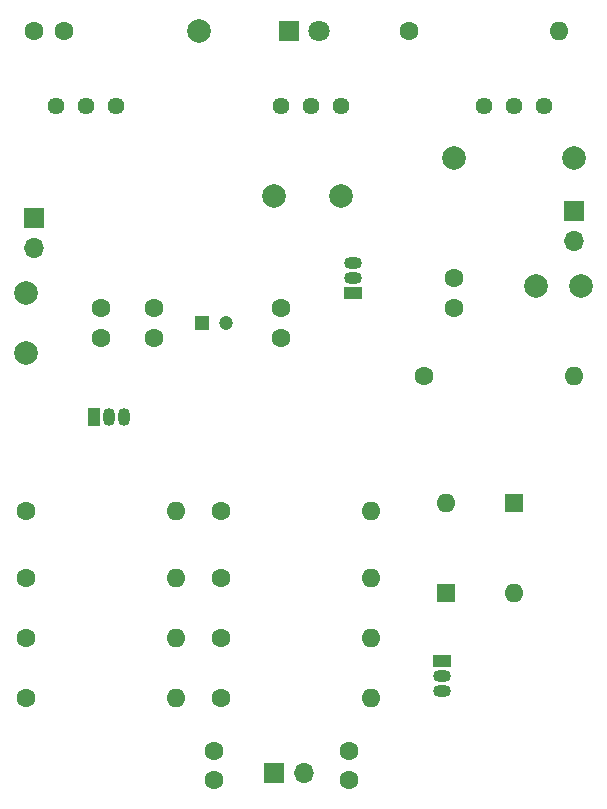
<source format=gbr>
%TF.GenerationSoftware,KiCad,Pcbnew,6.0.7-f9a2dced07~116~ubuntu20.04.1*%
%TF.CreationDate,2022-08-01T22:29:09-04:00*%
%TF.ProjectId,OverdrivePedal,4f766572-6472-4697-9665-506564616c2e,rev?*%
%TF.SameCoordinates,Original*%
%TF.FileFunction,Soldermask,Bot*%
%TF.FilePolarity,Negative*%
%FSLAX46Y46*%
G04 Gerber Fmt 4.6, Leading zero omitted, Abs format (unit mm)*
G04 Created by KiCad (PCBNEW 6.0.7-f9a2dced07~116~ubuntu20.04.1) date 2022-08-01 22:29:09*
%MOMM*%
%LPD*%
G01*
G04 APERTURE LIST*
%ADD10O,1.700000X1.700000*%
%ADD11R,1.700000X1.700000*%
%ADD12C,1.440000*%
%ADD13O,1.600000X1.600000*%
%ADD14C,1.600000*%
%ADD15O,1.500000X1.050000*%
%ADD16R,1.500000X1.050000*%
%ADD17O,1.050000X1.500000*%
%ADD18R,1.050000X1.500000*%
%ADD19C,2.000000*%
%ADD20R,1.800000X1.800000*%
%ADD21C,1.800000*%
%ADD22R,1.600000X1.600000*%
%ADD23R,1.200000X1.200000*%
%ADD24C,1.200000*%
G04 APERTURE END LIST*
D10*
%TO.C,J12*%
X149885000Y-74315000D03*
D11*
X149885000Y-71775000D03*
%TD*%
%TO.C,J2*%
X104140000Y-72390000D03*
D10*
X104140000Y-74930000D03*
%TD*%
D11*
%TO.C,J1*%
X124460000Y-119380000D03*
D10*
X127000000Y-119380000D03*
%TD*%
D12*
%TO.C,RV3*%
X147320000Y-62865000D03*
X144780000Y-62865000D03*
X142240000Y-62865000D03*
%TD*%
%TO.C,RV2*%
X111125000Y-62865000D03*
X108585000Y-62865000D03*
X106045000Y-62865000D03*
%TD*%
%TO.C,RV1*%
X130175000Y-62865000D03*
X127635000Y-62865000D03*
X125095000Y-62865000D03*
%TD*%
D13*
%TO.C,R10*%
X148590000Y-56515000D03*
D14*
X135890000Y-56515000D03*
%TD*%
%TO.C,R9*%
X137160000Y-85725000D03*
D13*
X149860000Y-85725000D03*
%TD*%
%TO.C,R8*%
X132715000Y-107975000D03*
D14*
X120015000Y-107975000D03*
%TD*%
%TO.C,R7*%
X120015000Y-113030000D03*
D13*
X132715000Y-113030000D03*
%TD*%
D14*
%TO.C,R6*%
X120015000Y-102870000D03*
D13*
X132715000Y-102870000D03*
%TD*%
%TO.C,R5*%
X132715000Y-97155000D03*
D14*
X120015000Y-97155000D03*
%TD*%
D13*
%TO.C,R4*%
X116205000Y-107950000D03*
D14*
X103505000Y-107950000D03*
%TD*%
%TO.C,R3*%
X103505000Y-113030000D03*
D13*
X116205000Y-113030000D03*
%TD*%
%TO.C,R2*%
X116205000Y-102870000D03*
D14*
X103505000Y-102870000D03*
%TD*%
%TO.C,R1*%
X103505000Y-97155000D03*
D13*
X116205000Y-97155000D03*
%TD*%
D15*
%TO.C,Q3*%
X131170000Y-76200000D03*
X131170000Y-77470000D03*
D16*
X131170000Y-78740000D03*
%TD*%
D15*
%TO.C,Q2*%
X138705000Y-112395000D03*
X138705000Y-111125000D03*
D16*
X138705000Y-109855000D03*
%TD*%
D17*
%TO.C,Q1*%
X111760000Y-89260000D03*
X110490000Y-89260000D03*
D18*
X109220000Y-89260000D03*
%TD*%
D19*
%TO.C,J11*%
X146685000Y-78105000D03*
%TD*%
%TO.C,J10*%
X149860000Y-67310000D03*
%TD*%
%TO.C,J9*%
X139700000Y-67310000D03*
%TD*%
%TO.C,J8*%
X150495000Y-78105000D03*
%TD*%
%TO.C,J7*%
X118110000Y-56515000D03*
%TD*%
%TO.C,J6*%
X124460000Y-70485000D03*
%TD*%
%TO.C,J5*%
X130175000Y-70485000D03*
%TD*%
%TO.C,J4*%
X103505000Y-78740000D03*
%TD*%
%TO.C,J3*%
X103505000Y-83820000D03*
%TD*%
D20*
%TO.C,D3*%
X125730000Y-56515000D03*
D21*
X128270000Y-56515000D03*
%TD*%
D22*
%TO.C,D2*%
X139065000Y-104140000D03*
D13*
X139065000Y-96520000D03*
%TD*%
D22*
%TO.C,D1*%
X144780000Y-96520000D03*
D13*
X144780000Y-104140000D03*
%TD*%
D14*
%TO.C,C8*%
X106680000Y-56515000D03*
X104180000Y-56515000D03*
%TD*%
%TO.C,C7*%
X139700000Y-79990000D03*
X139700000Y-77490000D03*
%TD*%
D23*
%TO.C,C6*%
X118407401Y-81280000D03*
D24*
X120407401Y-81280000D03*
%TD*%
D14*
%TO.C,C5*%
X125095000Y-82530000D03*
X125095000Y-80030000D03*
%TD*%
%TO.C,C4*%
X114300000Y-82510000D03*
X114300000Y-80010000D03*
%TD*%
%TO.C,C3*%
X130810000Y-117495000D03*
X130810000Y-119995000D03*
%TD*%
%TO.C,C2*%
X109855000Y-80030000D03*
X109855000Y-82530000D03*
%TD*%
%TO.C,C1*%
X119380000Y-119995000D03*
X119380000Y-117495000D03*
%TD*%
M02*

</source>
